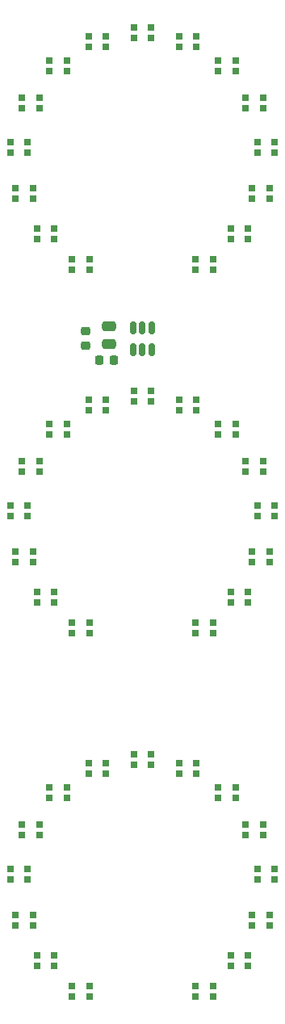
<source format=gbr>
%TF.GenerationSoftware,KiCad,Pcbnew,9.0.0*%
%TF.CreationDate,2025-03-15T09:27:42-04:00*%
%TF.ProjectId,cnc-hmi-encleds,636e632d-686d-4692-9d65-6e636c656473,rev?*%
%TF.SameCoordinates,Original*%
%TF.FileFunction,Paste,Top*%
%TF.FilePolarity,Positive*%
%FSLAX46Y46*%
G04 Gerber Fmt 4.6, Leading zero omitted, Abs format (unit mm)*
G04 Created by KiCad (PCBNEW 9.0.0) date 2025-03-15 09:27:42*
%MOMM*%
%LPD*%
G01*
G04 APERTURE LIST*
G04 Aperture macros list*
%AMRoundRect*
0 Rectangle with rounded corners*
0 $1 Rounding radius*
0 $2 $3 $4 $5 $6 $7 $8 $9 X,Y pos of 4 corners*
0 Add a 4 corners polygon primitive as box body*
4,1,4,$2,$3,$4,$5,$6,$7,$8,$9,$2,$3,0*
0 Add four circle primitives for the rounded corners*
1,1,$1+$1,$2,$3*
1,1,$1+$1,$4,$5*
1,1,$1+$1,$6,$7*
1,1,$1+$1,$8,$9*
0 Add four rect primitives between the rounded corners*
20,1,$1+$1,$2,$3,$4,$5,0*
20,1,$1+$1,$4,$5,$6,$7,0*
20,1,$1+$1,$6,$7,$8,$9,0*
20,1,$1+$1,$8,$9,$2,$3,0*%
G04 Aperture macros list end*
%ADD10RoundRect,0.250000X-0.475000X0.250000X-0.475000X-0.250000X0.475000X-0.250000X0.475000X0.250000X0*%
%ADD11RoundRect,0.225000X-0.250000X0.225000X-0.250000X-0.225000X0.250000X-0.225000X0.250000X0.225000X0*%
%ADD12RoundRect,0.225000X0.225000X0.250000X-0.225000X0.250000X-0.225000X-0.250000X0.225000X-0.250000X0*%
%ADD13R,0.700000X0.700000*%
%ADD14RoundRect,0.150000X0.150000X-0.512500X0.150000X0.512500X-0.150000X0.512500X-0.150000X-0.512500X0*%
G04 APERTURE END LIST*
D10*
%TO.C,C3*%
X152527000Y-74742000D03*
X152527000Y-76642000D03*
%TD*%
D11*
%TO.C,C2*%
X150009800Y-75295800D03*
X150009800Y-76845800D03*
%TD*%
D12*
%TO.C,C1*%
X153048000Y-78359000D03*
X151498000Y-78359000D03*
%TD*%
D13*
%TO.C,D45*%
X161594800Y-143929130D03*
X161594800Y-145029130D03*
X163424800Y-145029130D03*
X163424800Y-143929130D03*
%TD*%
%TO.C,D1*%
X148594800Y-67729130D03*
X148594800Y-68829130D03*
X150424800Y-68829130D03*
X150424800Y-67729130D03*
%TD*%
%TO.C,D4*%
X142131151Y-55499309D03*
X142131151Y-56599309D03*
X143961151Y-56599309D03*
X143961151Y-55499309D03*
%TD*%
%TO.C,D23*%
X155094800Y-81570800D03*
X155094800Y-82670800D03*
X156924800Y-82670800D03*
X156924800Y-81570800D03*
%TD*%
%TO.C,D40*%
X163937046Y-123141126D03*
X163937046Y-124241126D03*
X165767046Y-124241126D03*
X165767046Y-123141126D03*
%TD*%
%TO.C,D21*%
X146252554Y-85041126D03*
X146252554Y-86141126D03*
X148082554Y-86141126D03*
X148082554Y-85041126D03*
%TD*%
%TO.C,D2*%
X144930991Y-64576167D03*
X144930991Y-65676167D03*
X146760991Y-65676167D03*
X146760991Y-64576167D03*
%TD*%
%TO.C,D35*%
X143382205Y-127030311D03*
X143382205Y-128130311D03*
X145212205Y-128130311D03*
X145212205Y-127030311D03*
%TD*%
%TO.C,D44*%
X165258609Y-140776167D03*
X165258609Y-141876167D03*
X167088609Y-141876167D03*
X167088609Y-140776167D03*
%TD*%
%TO.C,D43*%
X167517246Y-136502617D03*
X167517246Y-137602617D03*
X169347246Y-137602617D03*
X169347246Y-136502617D03*
%TD*%
%TO.C,D15*%
X161594800Y-67729130D03*
X161594800Y-68829130D03*
X163424800Y-68829130D03*
X163424800Y-67729130D03*
%TD*%
%TO.C,D3*%
X142672354Y-60302617D03*
X142672354Y-61402617D03*
X144502354Y-61402617D03*
X144502354Y-60302617D03*
%TD*%
%TO.C,D36*%
X146252554Y-123141126D03*
X146252554Y-124241126D03*
X148082554Y-124241126D03*
X148082554Y-123141126D03*
%TD*%
%TO.C,D8*%
X155094800Y-43470800D03*
X155094800Y-44570800D03*
X156924800Y-44570800D03*
X156924800Y-43470800D03*
%TD*%
%TO.C,D41*%
X166807395Y-127030311D03*
X166807395Y-128130311D03*
X168637395Y-128130311D03*
X168637395Y-127030311D03*
%TD*%
%TO.C,D28*%
X167517246Y-98402617D03*
X167517246Y-99502617D03*
X169347246Y-99502617D03*
X169347246Y-98402617D03*
%TD*%
%TO.C,D14*%
X165258609Y-64576167D03*
X165258609Y-65676167D03*
X167088609Y-65676167D03*
X167088609Y-64576167D03*
%TD*%
%TO.C,D34*%
X142131151Y-131699309D03*
X142131151Y-132799309D03*
X143961151Y-132799309D03*
X143961151Y-131699309D03*
%TD*%
%TO.C,D18*%
X142672354Y-98402617D03*
X142672354Y-99502617D03*
X144502354Y-99502617D03*
X144502354Y-98402617D03*
%TD*%
%TO.C,D31*%
X148594800Y-143929130D03*
X148594800Y-145029130D03*
X150424800Y-145029130D03*
X150424800Y-143929130D03*
%TD*%
%TO.C,D16*%
X148594800Y-105829130D03*
X148594800Y-106929130D03*
X150424800Y-106929130D03*
X150424800Y-105829130D03*
%TD*%
%TO.C,D37*%
X150345367Y-120569441D03*
X150345367Y-121669441D03*
X152175367Y-121669441D03*
X152175367Y-120569441D03*
%TD*%
%TO.C,D6*%
X146252554Y-46941126D03*
X146252554Y-48041126D03*
X148082554Y-48041126D03*
X148082554Y-46941126D03*
%TD*%
%TO.C,D24*%
X159844233Y-82469441D03*
X159844233Y-83569441D03*
X161674233Y-83569441D03*
X161674233Y-82469441D03*
%TD*%
%TO.C,D39*%
X159844233Y-120569441D03*
X159844233Y-121669441D03*
X161674233Y-121669441D03*
X161674233Y-120569441D03*
%TD*%
%TO.C,D12*%
X168058449Y-55499309D03*
X168058449Y-56599309D03*
X169888449Y-56599309D03*
X169888449Y-55499309D03*
%TD*%
%TO.C,D9*%
X159844233Y-44369441D03*
X159844233Y-45469441D03*
X161674233Y-45469441D03*
X161674233Y-44369441D03*
%TD*%
%TO.C,D30*%
X161594800Y-105829130D03*
X161594800Y-106929130D03*
X163424800Y-106929130D03*
X163424800Y-105829130D03*
%TD*%
%TO.C,D25*%
X163937046Y-85041126D03*
X163937046Y-86141126D03*
X165767046Y-86141126D03*
X165767046Y-85041126D03*
%TD*%
D14*
%TO.C,U1*%
X155059800Y-77218300D03*
X156009800Y-77218300D03*
X156959800Y-77218300D03*
X156959800Y-74943300D03*
X156009800Y-74943300D03*
X155059800Y-74943300D03*
%TD*%
D13*
%TO.C,D7*%
X150345367Y-44369441D03*
X150345367Y-45469441D03*
X152175367Y-45469441D03*
X152175367Y-44369441D03*
%TD*%
%TO.C,D32*%
X144930991Y-140776167D03*
X144930991Y-141876167D03*
X146760991Y-141876167D03*
X146760991Y-140776167D03*
%TD*%
%TO.C,D20*%
X143382205Y-88930311D03*
X143382205Y-90030311D03*
X145212205Y-90030311D03*
X145212205Y-88930311D03*
%TD*%
%TO.C,D27*%
X168058449Y-93599309D03*
X168058449Y-94699309D03*
X169888449Y-94699309D03*
X169888449Y-93599309D03*
%TD*%
%TO.C,D33*%
X142672354Y-136502617D03*
X142672354Y-137602617D03*
X144502354Y-137602617D03*
X144502354Y-136502617D03*
%TD*%
%TO.C,D38*%
X155094800Y-119670800D03*
X155094800Y-120770800D03*
X156924800Y-120770800D03*
X156924800Y-119670800D03*
%TD*%
%TO.C,D17*%
X144930991Y-102676167D03*
X144930991Y-103776167D03*
X146760991Y-103776167D03*
X146760991Y-102676167D03*
%TD*%
%TO.C,D13*%
X167517246Y-60302617D03*
X167517246Y-61402617D03*
X169347246Y-61402617D03*
X169347246Y-60302617D03*
%TD*%
%TO.C,D5*%
X143382205Y-50830311D03*
X143382205Y-51930311D03*
X145212205Y-51930311D03*
X145212205Y-50830311D03*
%TD*%
%TO.C,D42*%
X168058449Y-131699309D03*
X168058449Y-132799309D03*
X169888449Y-132799309D03*
X169888449Y-131699309D03*
%TD*%
%TO.C,D19*%
X142131151Y-93599309D03*
X142131151Y-94699309D03*
X143961151Y-94699309D03*
X143961151Y-93599309D03*
%TD*%
%TO.C,D10*%
X163937046Y-46941126D03*
X163937046Y-48041126D03*
X165767046Y-48041126D03*
X165767046Y-46941126D03*
%TD*%
%TO.C,D29*%
X165258609Y-102676167D03*
X165258609Y-103776167D03*
X167088609Y-103776167D03*
X167088609Y-102676167D03*
%TD*%
%TO.C,D11*%
X166807395Y-50830311D03*
X166807395Y-51930311D03*
X168637395Y-51930311D03*
X168637395Y-50830311D03*
%TD*%
%TO.C,D26*%
X166807395Y-88930311D03*
X166807395Y-90030311D03*
X168637395Y-90030311D03*
X168637395Y-88930311D03*
%TD*%
%TO.C,D22*%
X150345367Y-82469441D03*
X150345367Y-83569441D03*
X152175367Y-83569441D03*
X152175367Y-82469441D03*
%TD*%
M02*

</source>
